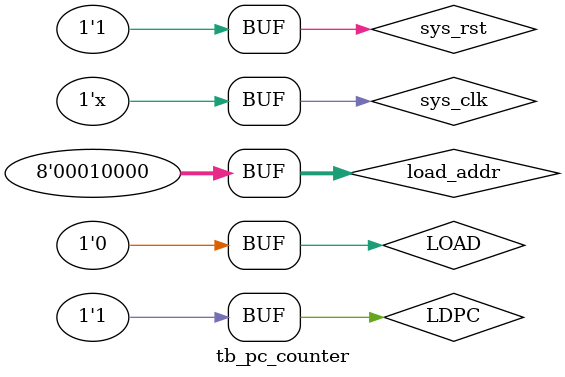
<source format=v>
`timescale 1ns/1ns
module tb_pc_counter;
reg         sys_clk;       
reg         sys_rst;  
reg         LOAD;
reg         LDPC;
reg [7:0] load_addr;
wire [7:0] ABUSI;

PC_counter PC_counter_inst(
    .ABUSI      (ABUSI),
    .LDPC       (LDPC),
    .LOAD       (LOAD),
    .load_addr  (load_addr),
    .sys_clk    (sys_clk),
    .sys_rst    (sys_rst)
);
initial begin
    sys_rst<=1'd0;
    sys_clk<=1'd0;
    load_addr<=8'b0001_0000;
    #10
    sys_rst<=1'd1;
    LOAD   <=1'd1;
    LDPC   <=1'd0;
    #100
    LOAD   <=1'd0;
    LDPC   <=1'd1;
end
initial
    begin            
        $dumpfile("tb_pc_counter.vcd");  //生成vcd文件，记录仿真信息
        $dumpvars(0, tb_pc_counter);  //指定层次数，记录信号
    end 
always #10 begin
    sys_clk<=~sys_clk;
end
endmodule
</source>
